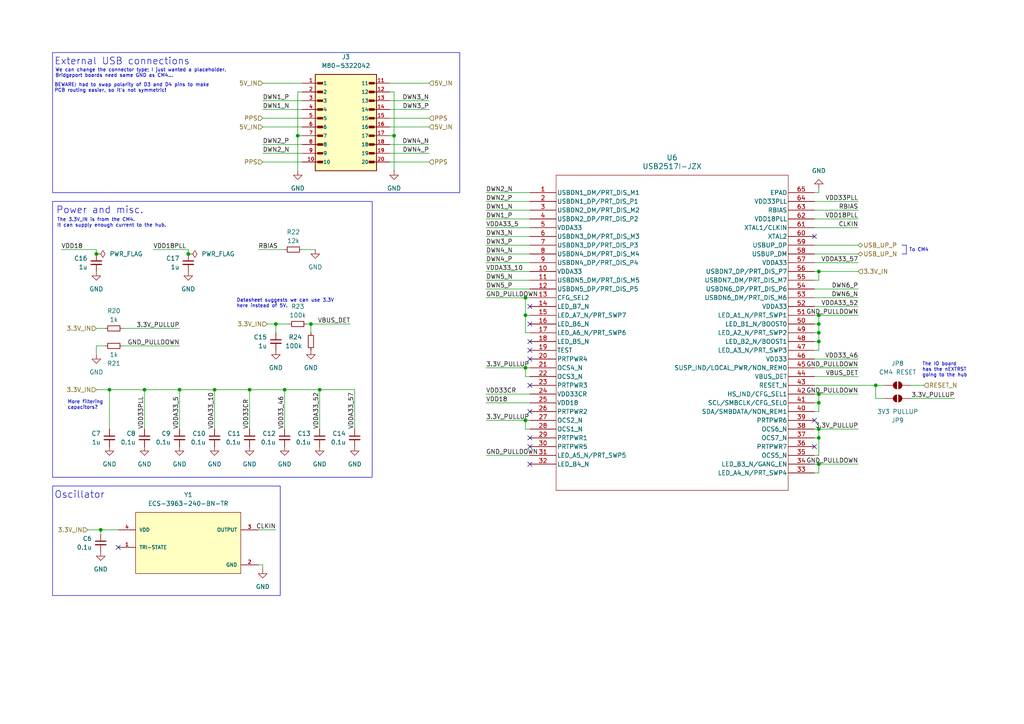
<source format=kicad_sch>
(kicad_sch (version 20250114) (generator "eeschema") (generator_version "9.0")
  (paper "A4")
  (title_block (title "USB Hub") (date "2024-09-12") (rev "0.1"))
  (lib_symbols
    (symbol "Device:C_Small" (pin_numbers (hide yes)) (pin_names (offset 0.254) (hide yes))
      (property "Reference" "C" (at 0.254 1.778 0))
      (property "Value" "C_Small" (at 0.254 -2.032 0))
      (symbol "C_Small_0_1"
        (polyline (pts (xy -1.524 0.508) (xy 1.524 0.508)) (stroke (width 0.3048)))
        (polyline (pts (xy -1.524 -0.508) (xy 1.524 -0.508)) (stroke (width 0.3302)))
      )
      (symbol "C_Small_1_1"
        (pin passive line (at 0 2.54 270) (length 2.032) (name "~") (number "1"))
        (pin passive line (at 0 -2.54 90) (length 2.032) (name "~") (number "2"))
      )
    )
    (symbol "Device:R_Small" (pin_numbers (hide yes)) (pin_names (offset 0.254) (hide yes))
      (property "Reference" "R" (at 0.762 0.508 0))
      (property "Value" "R_Small" (at 0.762 -1.016 0))
      (symbol "R_Small_0_1"
        (rectangle (start -0.762 1.778) (end 0.762 -1.778) (stroke (width 0.2032)))
      )
      (symbol "R_Small_1_1"
        (pin passive line (at 0 2.54 270) (length 0.762) (name "~") (number "1"))
        (pin passive line (at 0 -2.54 90) (length 0.762) (name "~") (number "2"))
      )
    )
    (symbol "Jumper:SolderJumper_2_Open" (pin_numbers (hide yes)) (pin_names (offset 0) (hide yes)) (exclude_from_sim yes) (in_bom no)
      (property "Reference" "JP" (at 0 2.032 0))
      (property "Value" "SolderJumper_2_Open" (at 0 -2.54 0))
      (symbol "SolderJumper_2_Open_0_1"
        (polyline (pts (xy -0.254 1.016) (xy -0.254 -1.016)))
        (arc (start -0.254 -1.016) (mid -1.2656 0) (end -0.254 1.016))
        (arc (start -0.254 -1.016) (mid -1.2656 0) (end -0.254 1.016) (fill (type outline)))
        (arc (start 0.254 1.016) (mid 1.2656 0) (end 0.254 -1.016))
        (arc (start 0.254 1.016) (mid 1.2656 0) (end 0.254 -1.016) (fill (type outline)))
        (polyline (pts (xy 0.254 1.016) (xy 0.254 -1.016)))
      )
      (symbol "SolderJumper_2_Open_1_1"
        (pin passive line (at -3.81 0 0) (length 2.54) (name "A") (number "1"))
        (pin passive line (at 3.81 0 180) (length 2.54) (name "B") (number "2"))
      )
    )
    (symbol "fc-board:ECS-3963-240-BN-TR" (pin_names (offset 1.016))
      (property "Reference" "Y" (at -15.5085 8.1356 0))
      (property "Value" "ECS-3963-240-BN-TR" (at -15.2499 -12.1999 0))
      (symbol "ECS-3963-240-BN-TR_0_0"
        (rectangle (start -15.24 -10.16) (end 15.24 7.62) (stroke (width 0.1524)) (fill (type background)))
        (pin input line (at -20.32 2.54 0) (length 5.08) (name "VDD") (number "4"))
        (pin input line (at -20.32 -2.54 0) (length 5.08) (name "TRI-STATE") (number "1"))
        (pin output line (at 20.32 2.54 180) (length 5.08) (name "OUTPUT") (number "3"))
        (pin power_in line (at 20.32 -7.62 180) (length 5.08) (name "GND") (number "2"))
      )
    )
    (symbol "fc-board:M80-5322042" (pin_names (offset 1.016))
      (property "Reference" "J" (at -9.39 15.24 0))
      (property "Value" "M80-5322042" (at -8.89 -15.24 0))
      (symbol "M80-5322042_0_0"
        (rectangle (start -8.89 -12.7) (end 8.89 15.24) (stroke (width 0.254)) (fill (type background)))
        (rectangle (start -8.255 12.3825) (end -6.6675 13.0175) (stroke (width 0.1)) (fill (type outline)))
        (rectangle (start -8.255 9.8425) (end -6.6675 10.4775) (stroke (width 0.1)) (fill (type outline)))
        (rectangle (start -8.255 7.3025) (end -6.6675 7.9375) (stroke (width 0.1)) (fill (type outline)))
        (rectangle (start -8.255 4.7625) (end -6.6675 5.3975) (stroke (width 0.1)) (fill (type outline)))
        (rectangle (start -8.255 2.2225) (end -6.6675 2.8575) (stroke (width 0.1)) (fill (type outline)))
        (rectangle (start -8.255 -0.3175) (end -6.6675 0.3175) (stroke (width 0.1)) (fill (type outline)))
        (rectangle (start -8.255 -2.8575) (end -6.6675 -2.2225) (stroke (width 0.1)) (fill (type outline)))
        (rectangle (start -8.255 -5.3975) (end -6.6675 -4.7625) (stroke (width 0.1)) (fill (type outline)))
        (rectangle (start -8.255 -7.9375) (end -6.6675 -7.3025) (stroke (width 0.1)) (fill (type outline)))
        (rectangle (start -8.255 -10.4775) (end -6.6675 -9.8425) (stroke (width 0.1)) (fill (type outline)))
        (rectangle (start 8.255 12.3825) (end 6.6675 13.0175) (stroke (width 0.1)) (fill (type outline)))
        (rectangle (start 8.255 9.8425) (end 6.6675 10.4775) (stroke (width 0.1)) (fill (type outline)))
        (rectangle (start 8.255 7.3025) (end 6.6675 7.9375) (stroke (width 0.1)) (fill (type outline)))
        (rectangle (start 8.255 4.7625) (end 6.6675 5.3975) (stroke (width 0.1)) (fill (type outline)))
        (rectangle (start 8.255 2.2225) (end 6.6675 2.8575) (stroke (width 0.1)) (fill (type outline)))
        (rectangle (start 8.255 -0.3175) (end 6.6675 0.3175) (stroke (width 0.1)) (fill (type outline)))
        (rectangle (start 8.255 -2.8575) (end 6.6675 -2.2225) (stroke (width 0.1)) (fill (type outline)))
        (rectangle (start 8.255 -5.3975) (end 6.6675 -4.7625) (stroke (width 0.1)) (fill (type outline)))
        (rectangle (start 8.255 -7.9375) (end 6.6675 -7.3025) (stroke (width 0.1)) (fill (type outline)))
        (rectangle (start 8.255 -10.4775) (end 6.6675 -9.8425) (stroke (width 0.1)) (fill (type outline)))
        (pin passive line (at -12.7 12.7 0) (length 5.08) (name "1") (number "1"))
        (pin passive line (at -12.7 10.16 0) (length 5.08) (name "2") (number "2"))
        (pin passive line (at -12.7 7.62 0) (length 5.08) (name "3") (number "3"))
        (pin passive line (at -12.7 5.08 0) (length 5.08) (name "4") (number "4"))
        (pin passive line (at -12.7 2.54 0) (length 5.08) (name "5") (number "5"))
        (pin passive line (at -12.7 0 0) (length 5.08) (name "6") (number "6"))
        (pin passive line (at -12.7 -2.54 0) (length 5.08) (name "7") (number "7"))
        (pin passive line (at -12.7 -5.08 0) (length 5.08) (name "8") (number "8"))
        (pin passive line (at -12.7 -7.62 0) (length 5.08) (name "9") (number "9"))
        (pin passive line (at -12.7 -10.16 0) (length 5.08) (name "10") (number "10"))
        (pin passive line (at 12.7 12.7 180) (length 5.08) (name "11") (number "11"))
        (pin passive line (at 12.7 10.16 180) (length 5.08) (name "12") (number "12"))
        (pin passive line (at 12.7 7.62 180) (length 5.08) (name "13") (number "13"))
        (pin passive line (at 12.7 5.08 180) (length 5.08) (name "14") (number "14"))
        (pin passive line (at 12.7 2.54 180) (length 5.08) (name "15") (number "15"))
        (pin passive line (at 12.7 0 180) (length 5.08) (name "16") (number "16"))
        (pin passive line (at 12.7 -2.54 180) (length 5.08) (name "17") (number "17"))
        (pin passive line (at 12.7 -5.08 180) (length 5.08) (name "18") (number "18"))
        (pin passive line (at 12.7 -7.62 180) (length 5.08) (name "19") (number "19"))
        (pin passive line (at 12.7 -10.16 180) (length 5.08) (name "20") (number "20"))
      )
    )
    (symbol "fc-board:USB2517I-JZX" (pin_names (offset 0.254))
      (property "Reference" "U" (at 40.64 9.906 0))
      (property "Value" "USB2517I-JZX" (at 40.64 7.366 0))
      (symbol "USB2517I-JZX_0_1"
        (polyline (pts (xy 7.62 5.08) (xy 7.62 -86.36)) (stroke (width 0.127)))
        (polyline (pts (xy 74.93 -86.36) (xy 74.93 5.08)) (stroke (width 0.127)))
        (pin bidirectional line (at 0 0 0) (length 7.62) (name "USBDN1_DM/PRT_DIS_M1") (number "1"))
        (pin bidirectional line (at 0 -2.54 0) (length 7.62) (name "USBDN1_DP/PRT_DIS_P1") (number "2"))
        (pin bidirectional line (at 0 -5.08 0) (length 7.62) (name "USBDN2_DM/PRT_DIS_M2") (number "3"))
        (pin bidirectional line (at 0 -7.62 0) (length 7.62) (name "USBDN2_DP/PRT_DIS_P2") (number "4"))
        (pin power_in line (at 0 -10.16 0) (length 7.62) (name "VDDA33") (number "5"))
        (pin bidirectional line (at 0 -12.7 0) (length 7.62) (name "USBDN3_DM/PRT_DIS_M3") (number "6"))
        (pin bidirectional line (at 0 -15.24 0) (length 7.62) (name "USBDN3_DP/PRT_DIS_P3") (number "7"))
        (pin bidirectional line (at 0 -17.78 0) (length 7.62) (name "USBDN4_DM/PRT_DIS_M4") (number "8"))
        (pin bidirectional line (at 0 -20.32 0) (length 7.62) (name "USBDN4_DP/PRT_DIS_P4") (number "9"))
        (pin power_in line (at 0 -22.86 0) (length 7.62) (name "VDDA33") (number "10"))
        (pin bidirectional line (at 0 -25.4 0) (length 7.62) (name "USBDN5_DM/PRT_DIS_M5") (number "11"))
        (pin bidirectional line (at 0 -27.94 0) (length 7.62) (name "USBDN5_DP/PRT_DIS_P5") (number "12"))
        (pin bidirectional line (at 0 -30.48 0) (length 7.62) (name "CFG_SEL2") (number "13"))
        (pin bidirectional line (at 0 -33.02 0) (length 7.62) (name "LED_B7_N") (number "14"))
        (pin bidirectional line (at 0 -35.56 0) (length 7.62) (name "LED_A7_N/PRT_SWP7") (number "15"))
        (pin bidirectional line (at 0 -38.1 0) (length 7.62) (name "LED_B6_N") (number "16"))
        (pin bidirectional line (at 0 -40.64 0) (length 7.62) (name "LED_A6_N/PRT_SWP6") (number "17"))
        (pin bidirectional line (at 0 -43.18 0) (length 7.62) (name "LED_B5_N") (number "18"))
        (pin bidirectional line (at 0 -45.72 0) (length 7.62) (name "TEST") (number "19"))
        (pin bidirectional line (at 0 -48.26 0) (length 7.62) (name "PRTPWR4") (number "20"))
        (pin bidirectional line (at 0 -50.8 0) (length 7.62) (name "OCS4_N") (number "21"))
        (pin bidirectional line (at 0 -53.34 0) (length 7.62) (name "OCS3_N") (number "22"))
        (pin bidirectional line (at 0 -55.88 0) (length 7.62) (name "PRTPWR3") (number "23"))
        (pin power_in line (at 0 -58.42 0) (length 7.62) (name "VDD33CR") (number "24"))
        (pin power_in line (at 0 -60.96 0) (length 7.62) (name "VDD18") (number "25"))
        (pin bidirectional line (at 0 -63.5 0) (length 7.62) (name "PRTPWR2") (number "26"))
        (pin bidirectional line (at 0 -66.04 0) (length 7.62) (name "OCS2_N") (number "27"))
        (pin bidirectional line (at 0 -68.58 0) (length 7.62) (name "OCS1_N") (number "28"))
        (pin bidirectional line (at 0 -71.12 0) (length 7.62) (name "PRTPWR1") (number "29"))
        (pin bidirectional line (at 0 -73.66 0) (length 7.62) (name "PRTPWR5") (number "30"))
        (pin bidirectional line (at 0 -76.2 0) (length 7.62) (name "LED_A5_N/PRT_SWP5") (number "31"))
        (pin bidirectional line (at 0 -78.74 0) (length 7.62) (name "LED_B4_N") (number "32"))
        (pin power_in line (at 82.55 -2.54 180) (length 7.62) (name "VDD33PLL") (number "64"))
        (pin bidirectional line (at 82.55 -5.08 180) (length 7.62) (name "RBIAS") (number "63"))
        (pin power_in line (at 82.55 -7.62 180) (length 7.62) (name "VDD18PLL") (number "62"))
        (pin bidirectional line (at 82.55 -10.16 180) (length 7.62) (name "XTAL1/CLKIN") (number "61"))
        (pin bidirectional line (at 82.55 -12.7 180) (length 7.62) (name "XTAL2") (number "60"))
        (pin bidirectional line (at 82.55 -15.24 180) (length 7.62) (name "USBUP_DP") (number "59"))
        (pin bidirectional line (at 82.55 -17.78 180) (length 7.62) (name "USBUP_DM") (number "58"))
        (pin power_in line (at 82.55 -20.32 180) (length 7.62) (name "VDDA33") (number "57"))
        (pin bidirectional line (at 82.55 -22.86 180) (length 7.62) (name "USBDN7_DP/PRT_DIS_P7") (number "56"))
        (pin bidirectional line (at 82.55 -25.4 180) (length 7.62) (name "USBDN7_DM/PRT_DIS_M7") (number "55"))
        (pin bidirectional line (at 82.55 -27.94 180) (length 7.62) (name "USBDN6_DP/PRT_DIS_P6") (number "54"))
        (pin bidirectional line (at 82.55 -30.48 180) (length 7.62) (name "USBDN6_DM/PRT_DIS_M6") (number "53"))
        (pin power_in line (at 82.55 -33.02 180) (length 7.62) (name "VDDA33") (number "52"))
        (pin bidirectional line (at 82.55 -35.56 180) (length 7.62) (name "LED_A1_N/PRT_SWP1") (number "51"))
        (pin bidirectional line (at 82.55 -38.1 180) (length 7.62) (name "LED_B1_N/BOOST0") (number "50"))
        (pin bidirectional line (at 82.55 -40.64 180) (length 7.62) (name "LED_A2_N/PRT_SWP2") (number "49"))
        (pin bidirectional line (at 82.55 -43.18 180) (length 7.62) (name "LED_B2_N/BOOST1") (number "48"))
        (pin bidirectional line (at 82.55 -45.72 180) (length 7.62) (name "LED_A3_N/PRT_SWP3") (number "47"))
        (pin power_in line (at 82.55 -48.26 180) (length 7.62) (name "VDD33") (number "46"))
        (pin bidirectional line (at 82.55 -50.8 180) (length 7.62) (name "SUSP_IND/LOCAL_PWR/NON_REM0") (number "45"))
        (pin bidirectional line (at 82.55 -53.34 180) (length 7.62) (name "VBUS_DET") (number "44"))
        (pin bidirectional line (at 82.55 -55.88 180) (length 7.62) (name "RESET_N") (number "43"))
        (pin bidirectional line (at 82.55 -58.42 180) (length 7.62) (name "HS_IND/CFG_SEL1") (number "42"))
        (pin bidirectional line (at 82.55 -60.96 180) (length 7.62) (name "SCL/SMBCLK/CFG_SEL0") (number "41"))
        (pin bidirectional line (at 82.55 -63.5 180) (length 7.62) (name "SDA/SMBDATA/NON_REM1") (number "40"))
        (pin bidirectional line (at 82.55 -66.04 180) (length 7.62) (name "PRTPWR6") (number "39"))
        (pin bidirectional line (at 82.55 -68.58 180) (length 7.62) (name "OCS6_N") (number "38"))
        (pin bidirectional line (at 82.55 -71.12 180) (length 7.62) (name "OCS7_N") (number "37"))
        (pin bidirectional line (at 82.55 -73.66 180) (length 7.62) (name "PRTPWR7") (number "36"))
        (pin bidirectional line (at 82.55 -76.2 180) (length 7.62) (name "OCS5_N") (number "35"))
        (pin bidirectional line (at 82.55 -78.74 180) (length 7.62) (name "LED_B3_N/GANG_EN") (number "34"))
        (pin bidirectional line (at 82.55 -81.28 180) (length 7.62) (name "LED_A4_N/PRT_SWP4") (number "33"))
      )
      (symbol "USB2517I-JZX_1_1"
        (polyline (pts (xy 7.62 5.08) (xy 74.93 5.08)))
        (polyline (pts (xy 7.62 -86.36) (xy 74.93 -86.36)))
        (pin power_in line (at 82.55 0 180) (length 7.62) (name "EPAD") (number "65"))
      )
    )
    (symbol "power:GND" (power) (pin_numbers (hide yes)) (pin_names (offset 0) (hide yes))
      (property "Value" "GND" (at 0 -3.81 0))
      (symbol "GND_0_1"
        (polyline (pts (xy 0 0) (xy 0 -1.27) (xy 1.27 -1.27) (xy 0 -2.54) (xy -1.27 -1.27) (xy 0 -1.27)))
      )
      (symbol "GND_1_1"
        (pin power_in line (at 0 0 270) (length 0) (name "~") (number "1"))
      )
    )
    (symbol "power:PWR_FLAG" (power) (pin_numbers (hide yes)) (pin_names (offset 0) (hide yes))
      (property "Value" "PWR_FLAG" (at 0 3.81 0))
      (symbol "PWR_FLAG_0_0"
        (pin power_out line (at 0 0 90) (length 0) (name "~") (number "1"))
      )
      (symbol "PWR_FLAG_0_1"
        (polyline (pts (xy 0 0) (xy 0 1.27) (xy -1.016 1.905) (xy 0 2.54) (xy 1.016 1.905) (xy 0 1.27)))
      )
    )
  )
  (rectangle (start 15.24 15.24) (end 133.35 55.88))
  (rectangle (start 15.24 58.42) (end 107.95 138.43))
  (rectangle (start 15.24 140.97) (end 81.28 172.72))
  (text "More filtering\ncapacitors?" (at 19.558 118.872 0) (effects (font (size 1 1)) (justify left bottom)))
  (text "The IO board\nhas the nEXTRST\ngoing to the hub" (at 267.462 109.474 0) (effects (font (size 1 1)) (justify left bottom)))
  (text "BEWARE: had to swap polarity of D3 and D4 pins to make\nPCB routing easier, so it's not symmetric!" (at 15.748 26.924 0) (effects (font (size 1 1)) (justify left bottom)))
  (text "Oscillator" (at 15.748 144.78 0) (effects (font (size 2 2)) (justify left bottom)))
  (text "We can change the connector type; I just wanted a placeholder.\nBridgeport boards need same GND as CM4..." (at 16.002 22.606 0) (effects (font (size 1 1)) (justify left bottom)))
  (text "Power and misc." (at 16.256 62.23 0) (effects (font (size 2 2)) (justify left bottom)))
  (text "To CM4" (at 263.652 73.152 0) (effects (font (size 1 1)) (justify left bottom)))
  (text "The 3.3V_IN is from the CM4.\nIt can supply enough current to the hub." (at 16.51 66.04 0) (effects (font (size 1 1)) (justify left bottom)))
  (text "Datasheet suggests we can use 3.3V\nhere instead of 5V." (at 68.58 89.408 0) (effects (font (size 1 1)) (justify left bottom)))
  (text "External USB connections" (at 15.748 19.05 0) (effects (font (size 2 2)) (justify left bottom)))
  (junction (at 254 111.76))
  (junction (at 41.91 113.03))
  (junction (at 237.49 127))
  (junction (at 152.4 106.68))
  (junction (at 27.94 73.66))
  (junction (at 82.55 113.03))
  (junction (at 152.4 121.92))
  (junction (at 237.49 93.98))
  (junction (at 31.75 113.03))
  (junction (at 86.36 39.37))
  (junction (at 54.61 73.66))
  (junction (at 29.21 153.67))
  (junction (at 72.39 113.03))
  (junction (at 237.49 116.84))
  (junction (at 52.07 113.03))
  (junction (at 90.17 93.98))
  (junction (at 92.71 113.03))
  (junction (at 237.49 99.06))
  (junction (at 152.4 91.44))
  (junction (at 237.49 78.74))
  (junction (at 62.23 113.03))
  (junction (at 114.3 39.37))
  (junction (at 237.49 96.52))
  (junction (at 237.49 124.46))
  (junction (at 237.49 114.3))
  (junction (at 237.49 134.62))
  (junction (at 152.4 86.36))
  (junction (at 80.01 93.98))
  (junction (at 237.49 91.44))
  (no_connect (at 153.67 129.54))
  (no_connect (at 236.22 129.54))
  (no_connect (at 34.29 158.75))
  (no_connect (at 236.22 121.92))
  (no_connect (at 153.67 104.14))
  (no_connect (at 153.67 119.38))
  (no_connect (at 153.67 101.6))
  (no_connect (at 153.67 93.98))
  (no_connect (at 153.67 127))
  (no_connect (at 236.22 68.58))
  (no_connect (at 153.67 88.9))
  (no_connect (at 153.67 99.06))
  (no_connect (at 153.67 111.76))
  (no_connect (at 153.67 134.62))
  (wire (pts (xy 76.2 36.83) (xy 87.63 36.83)))
  (wire (pts (xy 152.4 121.92) (xy 152.4 124.46)))
  (wire (pts (xy 152.4 91.44) (xy 153.67 91.44)))
  (wire (pts (xy 236.22 96.52) (xy 237.49 96.52)))
  (wire (pts (xy 237.49 96.52) (xy 237.49 99.06)))
  (wire (pts (xy 153.67 106.68) (xy 152.4 106.68)))
  (wire (pts (xy 152.4 91.44) (xy 152.4 96.52)))
  (wire (pts (xy 153.67 71.12) (xy 140.97 71.12)))
  (wire (pts (xy 90.17 93.98) (xy 90.17 96.52)))
  (wire (pts (xy 153.67 55.88) (xy 140.97 55.88)))
  (wire (pts (xy 140.97 83.82) (xy 153.67 83.82)))
  (wire (pts (xy 113.03 39.37) (xy 114.3 39.37)))
  (wire (pts (xy 124.46 34.29) (xy 113.03 34.29)))
  (wire (pts (xy 152.4 86.36) (xy 152.4 91.44)))
  (wire (pts (xy 236.22 81.28) (xy 237.49 81.28)))
  (wire (pts (xy 140.97 121.92) (xy 152.4 121.92)))
  (wire (pts (xy 76.2 41.91) (xy 87.63 41.91)))
  (wire (pts (xy 76.2 34.29) (xy 87.63 34.29)))
  (wire (pts (xy 62.23 113.03) (xy 62.23 124.46)))
  (wire (pts (xy 264.16 111.76) (xy 267.97 111.76)))
  (wire (pts (xy 80.01 93.98) (xy 77.47 93.98)))
  (wire (pts (xy 87.63 72.39) (xy 91.44 72.39)))
  (wire (pts (xy 86.36 39.37) (xy 86.36 49.53)))
  (polyline (pts (xy 261.62 73.66) (xy 262.89 73.66)))
  (wire (pts (xy 140.97 81.28) (xy 153.67 81.28)))
  (wire (pts (xy 140.97 114.3) (xy 153.67 114.3)))
  (wire (pts (xy 44.45 72.39) (xy 54.61 72.39)))
  (wire (pts (xy 72.39 113.03) (xy 82.55 113.03)))
  (wire (pts (xy 153.67 73.66) (xy 140.97 73.66)))
  (wire (pts (xy 153.67 63.5) (xy 140.97 63.5)))
  (wire (pts (xy 248.92 60.96) (xy 236.22 60.96)))
  (wire (pts (xy 237.49 124.46) (xy 248.92 124.46)))
  (wire (pts (xy 236.22 73.66) (xy 248.92 73.66)))
  (wire (pts (xy 52.07 113.03) (xy 52.07 124.46)))
  (wire (pts (xy 236.22 71.12) (xy 248.92 71.12)))
  (wire (pts (xy 31.75 124.46) (xy 31.75 113.03)))
  (wire (pts (xy 237.49 78.74) (xy 237.49 81.28)))
  (wire (pts (xy 236.22 124.46) (xy 237.49 124.46)))
  (wire (pts (xy 152.4 109.22) (xy 153.67 109.22)))
  (wire (pts (xy 152.4 96.52) (xy 153.67 96.52)))
  (wire (pts (xy 254 115.57) (xy 254 111.76)))
  (wire (pts (xy 236.22 78.74) (xy 237.49 78.74)))
  (wire (pts (xy 76.2 29.21) (xy 87.63 29.21)))
  (wire (pts (xy 237.49 99.06) (xy 237.49 101.6)))
  (wire (pts (xy 17.78 72.39) (xy 27.94 72.39)))
  (wire (pts (xy 256.54 115.57) (xy 254 115.57)))
  (wire (pts (xy 140.97 106.68) (xy 152.4 106.68)))
  (wire (pts (xy 237.49 91.44) (xy 248.92 91.44)))
  (wire (pts (xy 237.49 134.62) (xy 248.92 134.62)))
  (wire (pts (xy 236.22 134.62) (xy 237.49 134.62)))
  (wire (pts (xy 124.46 24.13) (xy 113.03 24.13)))
  (wire (pts (xy 153.67 68.58) (xy 140.97 68.58)))
  (wire (pts (xy 31.75 113.03) (xy 41.91 113.03)))
  (wire (pts (xy 237.49 114.3) (xy 237.49 116.84)))
  (wire (pts (xy 80.01 153.67) (xy 74.93 153.67)))
  (wire (pts (xy 76.2 163.83) (xy 76.2 165.1)))
  (wire (pts (xy 153.67 60.96) (xy 140.97 60.96)))
  (wire (pts (xy 236.22 104.14) (xy 248.92 104.14)))
  (wire (pts (xy 236.22 101.6) (xy 237.49 101.6)))
  (wire (pts (xy 76.2 44.45) (xy 87.63 44.45)))
  (wire (pts (xy 74.93 72.39) (xy 82.55 72.39)))
  (wire (pts (xy 237.49 127) (xy 237.49 132.08)))
  (wire (pts (xy 29.21 154.94) (xy 29.21 153.67)))
  (wire (pts (xy 124.46 31.75) (xy 113.03 31.75)))
  (wire (pts (xy 236.22 66.04) (xy 248.92 66.04)))
  (polyline (pts (xy 261.62 71.12) (xy 262.89 71.12)))
  (wire (pts (xy 76.2 24.13) (xy 87.63 24.13)))
  (wire (pts (xy 254 111.76) (xy 256.54 111.76)))
  (wire (pts (xy 236.22 83.82) (xy 248.92 83.82)))
  (wire (pts (xy 90.17 93.98) (xy 88.9 93.98)))
  (wire (pts (xy 54.61 72.39) (xy 54.61 73.66)))
  (wire (pts (xy 87.63 26.67) (xy 86.36 26.67)))
  (wire (pts (xy 124.46 46.99) (xy 113.03 46.99)))
  (wire (pts (xy 153.67 121.92) (xy 152.4 121.92)))
  (wire (pts (xy 114.3 26.67) (xy 114.3 39.37)))
  (wire (pts (xy 29.21 153.67) (xy 34.29 153.67)))
  (wire (pts (xy 124.46 29.21) (xy 113.03 29.21)))
  (wire (pts (xy 41.91 113.03) (xy 52.07 113.03)))
  (wire (pts (xy 30.48 100.33) (xy 27.94 100.33)))
  (wire (pts (xy 236.22 127) (xy 237.49 127)))
  (wire (pts (xy 76.2 46.99) (xy 87.63 46.99)))
  (wire (pts (xy 153.67 58.42) (xy 140.97 58.42)))
  (wire (pts (xy 80.01 93.98) (xy 80.01 96.52)))
  (wire (pts (xy 152.4 106.68) (xy 152.4 109.22)))
  (wire (pts (xy 237.49 134.62) (xy 237.49 137.16)))
  (wire (pts (xy 102.87 113.03) (xy 102.87 124.46)))
  (wire (pts (xy 153.67 86.36) (xy 152.4 86.36)))
  (wire (pts (xy 113.03 26.67) (xy 114.3 26.67)))
  (wire (pts (xy 52.07 100.33) (xy 35.56 100.33)))
  (wire (pts (xy 236.22 86.36) (xy 248.92 86.36)))
  (wire (pts (xy 41.91 113.03) (xy 41.91 124.46)))
  (wire (pts (xy 237.49 78.74) (xy 248.92 78.74)))
  (wire (pts (xy 236.22 137.16) (xy 237.49 137.16)))
  (wire (pts (xy 76.2 31.75) (xy 87.63 31.75)))
  (wire (pts (xy 237.49 93.98) (xy 237.49 96.52)))
  (wire (pts (xy 236.22 132.08) (xy 237.49 132.08)))
  (wire (pts (xy 124.46 41.91) (xy 113.03 41.91)))
  (wire (pts (xy 236.22 63.5) (xy 248.92 63.5)))
  (wire (pts (xy 236.22 76.2) (xy 248.92 76.2)))
  (wire (pts (xy 140.97 78.74) (xy 153.67 78.74)))
  (wire (pts (xy 27.94 113.03) (xy 31.75 113.03)))
  (wire (pts (xy 124.46 44.45) (xy 113.03 44.45)))
  (wire (pts (xy 153.67 76.2) (xy 140.97 76.2)))
  (wire (pts (xy 236.22 93.98) (xy 237.49 93.98)))
  (wire (pts (xy 27.94 100.33) (xy 27.94 102.87)))
  (wire (pts (xy 236.22 55.88) (xy 237.49 55.88)))
  (wire (pts (xy 83.82 93.98) (xy 80.01 93.98)))
  (wire (pts (xy 92.71 113.03) (xy 102.87 113.03)))
  (wire (pts (xy 236.22 119.38) (xy 237.49 119.38)))
  (wire (pts (xy 236.22 111.76) (xy 254 111.76)))
  (wire (pts (xy 236.22 109.22) (xy 248.92 109.22)))
  (wire (pts (xy 236.22 106.68) (xy 248.92 106.68)))
  (wire (pts (xy 82.55 113.03) (xy 92.71 113.03)))
  (wire (pts (xy 25.4 153.67) (xy 29.21 153.67)))
  (wire (pts (xy 140.97 66.04) (xy 153.67 66.04)))
  (wire (pts (xy 82.55 113.03) (xy 82.55 124.46)))
  (wire (pts (xy 52.07 95.25) (xy 35.56 95.25)))
  (wire (pts (xy 237.49 114.3) (xy 248.92 114.3)))
  (polyline (pts (xy 262.89 71.12) (xy 262.89 73.66)))
  (wire (pts (xy 114.3 39.37) (xy 114.3 49.53)))
  (wire (pts (xy 248.92 58.42) (xy 236.22 58.42)))
  (wire (pts (xy 124.46 36.83) (xy 113.03 36.83)))
  (wire (pts (xy 101.6 93.98) (xy 90.17 93.98)))
  (wire (pts (xy 236.22 114.3) (xy 237.49 114.3)))
  (wire (pts (xy 237.49 116.84) (xy 237.49 119.38)))
  (wire (pts (xy 237.49 54.61) (xy 237.49 55.88)))
  (wire (pts (xy 72.39 113.03) (xy 72.39 124.46)))
  (wire (pts (xy 236.22 99.06) (xy 237.49 99.06)))
  (wire (pts (xy 52.07 113.03) (xy 62.23 113.03)))
  (wire (pts (xy 237.49 124.46) (xy 237.49 127)))
  (wire (pts (xy 74.93 163.83) (xy 76.2 163.83)))
  (wire (pts (xy 92.71 113.03) (xy 92.71 124.46)))
  (wire (pts (xy 140.97 116.84) (xy 153.67 116.84)))
  (wire (pts (xy 87.63 39.37) (xy 86.36 39.37)))
  (wire (pts (xy 237.49 91.44) (xy 237.49 93.98)))
  (wire (pts (xy 140.97 86.36) (xy 152.4 86.36)))
  (wire (pts (xy 140.97 132.08) (xy 153.67 132.08)))
  (wire (pts (xy 30.48 95.25) (xy 27.94 95.25)))
  (wire (pts (xy 236.22 116.84) (xy 237.49 116.84)))
  (wire (pts (xy 86.36 26.67) (xy 86.36 39.37)))
  (wire (pts (xy 236.22 91.44) (xy 237.49 91.44)))
  (wire (pts (xy 236.22 88.9) (xy 248.92 88.9)))
  (wire (pts (xy 62.23 113.03) (xy 72.39 113.03)))
  (wire (pts (xy 152.4 124.46) (xy 153.67 124.46)))
  (wire (pts (xy 27.94 72.39) (xy 27.94 73.66)))
  (wire (pts (xy 264.16 115.57) (xy 276.86 115.57)))
  (label "DWN1_N" (at 76.2 31.75 0))
  (label "3.3V_PULLUP" (at 52.07 95.25 180))
  (label "DWN4_N" (at 140.97 73.66 0) (property "Netclass" "usb" (effects (hide yes))))
  (label "DWN1_P" (at 140.97 63.5 0) (property "Netclass" "usb" (effects (hide yes))))
  (label "GND_PULLDOWN" (at 248.92 91.44 180))
  (label "DWN3_N" (at 140.97 68.58 0) (property "Netclass" "usb" (effects (hide yes))))
  (label "GND_PULLDOWN" (at 140.97 86.36 0))
  (label "VDDA33_52" (at 92.71 124.46 90))
  (label "GND_PULLDOWN" (at 248.92 114.3 180))
  (label "DWN4_N" (at 124.46 41.91 180))
  (label "VDDA33_5" (at 52.07 124.46 90))
  (label "CLKIN" (at 80.01 153.67 180))
  (label "3.3V_PULLUP" (at 248.92 124.46 180))
  (label "DWN6_P" (at 248.92 83.82 180) (property "Netclass" "usb" (effects (hide yes))))
  (label "DWN3_N" (at 124.46 29.21 180))
  (label "VDDA33_57" (at 248.92 76.2 180))
  (label "DWN2_P" (at 76.2 41.91 0))
  (label "GND_PULLDOWN" (at 140.97 132.08 0))
  (label "VDD33PLL" (at 248.92 58.42 180))
  (label "DWN5_N" (at 140.97 81.28 0) (property "Netclass" "usb" (effects (hide yes))))
  (label "VBUS_DET" (at 101.6 93.98 180))
  (label "VDD18PLL" (at 44.45 72.39 0))
  (label "VDD18" (at 17.78 72.39 0))
  (label "DWN2_N" (at 140.97 55.88 0) (property "Netclass" "usb" (effects (hide yes))))
  (label "VDD18" (at 140.97 116.84 0))
  (label "GND_PULLDOWN" (at 52.07 100.33 180))
  (label "VDDA33_10" (at 62.23 124.46 90))
  (label "VBUS_DET" (at 248.92 109.22 180))
  (label "DWN4_P" (at 124.46 44.45 180))
  (label "VDD33_46" (at 248.92 104.14 180))
  (label "GND_PULLDOWN" (at 248.92 134.62 180))
  (label "VDDA33_52" (at 248.92 88.9 180))
  (label "GND_PULLDOWN" (at 248.92 106.68 180))
  (label "DWN5_P" (at 140.97 83.82 0) (property "Netclass" "usb" (effects (hide yes))))
  (label "VDD18PLL" (at 248.92 63.5 180))
  (label "VDD33_46" (at 82.55 124.46 90))
  (label "RBIAS" (at 248.92 60.96 180))
  (label "VDD33PLL" (at 41.91 124.46 90))
  (label "DWN1_N" (at 140.97 60.96 0) (property "Netclass" "usb" (effects (hide yes))))
  (label "3.3V_PULLUP" (at 276.86 115.57 180))
  (label "DWN2_N" (at 76.2 44.45 0))
  (label "DWN4_P" (at 140.97 76.2 0) (property "Netclass" "usb" (effects (hide yes))))
  (label "VDDA33_57" (at 102.87 124.46 90))
  (label "VDDA33_5" (at 140.97 66.04 0))
  (label "DWN3_P" (at 140.97 71.12 0) (property "Netclass" "usb" (effects (hide yes))))
  (label "RBIAS" (at 74.93 72.39 0))
  (label "CLKIN" (at 248.92 66.04 180))
  (label "DWN2_P" (at 140.97 58.42 0) (property "Netclass" "usb" (effects (hide yes))))
  (label "3.3V_PULLUP" (at 140.97 121.92 0))
  (label "DWN3_P" (at 124.46 31.75 180))
  (label "VDD33CR" (at 72.39 124.46 90))
  (label "DWN6_N" (at 248.92 86.36 180) (property "Netclass" "usb" (effects (hide yes))))
  (label "DWN1_P" (at 76.2 29.21 0))
  (label "VDD33CR" (at 140.97 114.3 0))
  (label "3.3V_PULLUP" (at 140.97 106.68 0))
  (label "VDDA33_10" (at 140.97 78.74 0))
  (hierarchical_label "5V_IN" (shape input) (at 76.2 24.13 180))
  (hierarchical_label "3.3V_IN" (shape input) (at 27.94 95.25 180))
  (hierarchical_label "PPS" (shape input) (at 124.46 34.29 0))
  (hierarchical_label "3.3V_IN" (shape input) (at 25.4 153.67 180))
  (hierarchical_label "3.3V_IN" (shape input) (at 248.92 78.74 0))
  (hierarchical_label "5V_IN" (shape input) (at 76.2 36.83 180))
  (hierarchical_label "3.3V_IN" (shape input) (at 27.94 113.03 180))
  (hierarchical_label "3.3V_IN" (shape input) (at 77.47 93.98 180))
  (hierarchical_label "USB_UP_N" (shape bidirectional) (at 248.92 73.66 0))
  (hierarchical_label "RESET_N" (shape input) (at 267.97 111.76 0))
  (hierarchical_label "PPS" (shape input) (at 76.2 46.99 180))
  (hierarchical_label "5V_IN" (shape input) (at 124.46 36.83 0))
  (hierarchical_label "PPS" (shape input) (at 76.2 34.29 180))
  (hierarchical_label "USB_UP_P" (shape bidirectional) (at 248.92 71.12 0))
  (hierarchical_label "PPS" (shape input) (at 124.46 46.99 0))
  (hierarchical_label "5V_IN" (shape input) (at 124.46 24.13 0))
  (symbol (lib_id "power:PWR_FLAG") (at 27.94 73.66 270) (unit 1)
    (property "Reference" "#FLG02" (effects (hide yes)))
    (property "Value" "PWR_FLAG" (at 31.75 73.6599 90) (effects (justify left)))
    (property "Description" "Special symbol for telling ERC where power comes from" (effects (hide yes)))
  )
  (symbol (lib_id "Device:C_Small") (at 29.21 157.48 0) (unit 1)
    (property "Reference" "C6" (at 26.67 156.2162 0) (effects (justify right)))
    (property "Value" "0.1u" (at 26.67 158.7562 0) (effects (justify right)))
    (property "Footprint" "Capacitor_SMD:C_1206_3216Metric" (effects (hide yes)))
    (property "Description" "Unpolarized capacitor, small symbol" (effects (hide yes)))
  )
  (symbol (lib_id "power:GND") (at 27.94 102.87 0) (mirror y) (unit 1)
    (property "Reference" "#PWR022" (effects (hide yes)))
    (property "Value" "GND" (at 27.94 107.95 0))
    (property "Description" "Power symbol creates a global label with name \"GND\" , ground" (effects (hide yes)))
  )
  (symbol (lib_id "power:GND") (at 72.39 129.54 0) (unit 1)
    (property "Reference" "#PWR032" (effects (hide yes)))
    (property "Value" "GND" (at 72.39 134.62 0))
    (property "Description" "Power symbol creates a global label with name \"GND\" , ground" (effects (hide yes)))
  )
  (symbol (lib_id "Device:R_Small") (at 90.17 99.06 0) (mirror x) (unit 1)
    (property "Reference" "R24" (at 87.63 97.7899 0) (effects (justify right)))
    (property "Value" "100k" (at 87.63 100.3299 0) (effects (justify right)))
    (property "Footprint" "Resistor_SMD:R_0805_2012Metric" (effects (hide yes)))
    (property "Description" "Resistor, small symbol" (effects (hide yes)))
  )
  (symbol (lib_id "power:GND") (at 52.07 129.54 0) (unit 1)
    (property "Reference" "#PWR030" (effects (hide yes)))
    (property "Value" "GND" (at 52.07 134.62 0))
    (property "Description" "Power symbol creates a global label with name \"GND\" , ground" (effects (hide yes)))
  )
  (symbol (lib_id "Device:C_Small") (at 27.94 76.2 0) (unit 1)
    (property "Reference" "C16" (at 25.4 74.9362 0) (effects (justify right)))
    (property "Value" "1u" (at 25.4 77.4762 0) (effects (justify right)))
    (property "Footprint" "Capacitor_SMD:C_0805_2012Metric" (effects (hide yes)))
    (property "Description" "Unpolarized capacitor, small symbol" (effects (hide yes)))
  )
  (symbol (lib_id "power:GND") (at 54.61 78.74 0) (unit 1)
    (property "Reference" "#PWR025" (effects (hide yes)))
    (property "Value" "GND" (at 54.61 83.82 0))
    (property "Description" "Power symbol creates a global label with name \"GND\" , ground" (effects (hide yes)))
  )
  (symbol (lib_id "power:GND") (at 29.21 160.02 0) (unit 1)
    (property "Reference" "#PWR024" (effects (hide yes)))
    (property "Value" "GND" (at 29.21 165.1 0))
    (property "Description" "Power symbol creates a global label with name \"GND\" , ground" (effects (hide yes)))
  )
  (symbol (lib_id "power:GND") (at 90.17 101.6 0) (mirror y) (unit 1)
    (property "Reference" "#PWR028" (effects (hide yes)))
    (property "Value" "GND" (at 90.17 106.68 0))
    (property "Description" "Power symbol creates a global label with name \"GND\" , ground" (effects (hide yes)))
  )
  (symbol (lib_id "fc-board:ECS-3963-240-BN-TR") (at 54.61 156.21 0) (unit 1)
    (property "Reference" "Y1" (at 54.61 143.51 0))
    (property "Value" "ECS-3963-240-BN-TR" (at 54.61 146.05 0))
    (property "Footprint" "fc-board:ECS_3963_240_BN_TR" (effects (hide yes)))
    (property "PARTREV" "N/A" (effects (hide yes)))
    (property "MANUFACTURER" "ECS Inc" (effects (hide yes)))
    (property "STANDARD" "Manufacturer Recommendations" (effects (hide yes)))
  )
  (symbol (lib_id "Device:C_Small") (at 102.87 127 0) (unit 1)
    (property "Reference" "C14" (at 100.33 125.7362 0) (effects (justify right)))
    (property "Value" "0.1u" (at 100.33 128.2762 0) (effects (justify right)))
    (property "Footprint" "Capacitor_SMD:C_0805_2012Metric" (effects (hide yes)))
    (property "Description" "Unpolarized capacitor, small symbol" (effects (hide yes)))
  )
  (symbol (lib_id "Device:C_Small") (at 41.91 127 0) (unit 1)
    (property "Reference" "C8" (at 39.37 125.7362 0) (effects (justify right)))
    (property "Value" "0.1u" (at 39.37 128.2762 0) (effects (justify right)))
    (property "Footprint" "Capacitor_SMD:C_0805_2012Metric" (effects (hide yes)))
    (property "Description" "Unpolarized capacitor, small symbol" (effects (hide yes)))
  )
  (symbol (lib_id "power:GND") (at 86.36 49.53 0) (unit 1)
    (property "Reference" "#PWR052" (effects (hide yes)))
    (property "Value" "GND" (at 86.36 54.61 0))
    (property "Description" "Power symbol creates a global label with name \"GND\" , ground" (effects (hide yes)))
  )
  (symbol (lib_id "power:GND") (at 76.2 165.1 0) (unit 1)
    (property "Reference" "#PWR023" (effects (hide yes)))
    (property "Value" "GND" (at 76.2 170.18 0))
    (property "Description" "Power symbol creates a global label with name \"GND\" , ground" (effects (hide yes)))
  )
  (symbol (lib_id "power:GND") (at 80.01 101.6 0) (mirror y) (unit 1)
    (property "Reference" "#PWR029" (effects (hide yes)))
    (property "Value" "GND" (at 80.01 106.68 0))
    (property "Description" "Power symbol creates a global label with name \"GND\" , ground" (effects (hide yes)))
  )
  (symbol (lib_id "Device:C_Small") (at 80.01 99.06 0) (unit 1)
    (property "Reference" "C15" (at 77.47 97.7962 0) (effects (justify right)))
    (property "Value" "1u" (at 77.47 100.3362 0) (effects (justify right)))
    (property "Footprint" "Capacitor_SMD:C_0805_2012Metric" (effects (hide yes)))
    (property "Description" "Unpolarized capacitor, small symbol" (effects (hide yes)))
  )
  (symbol (lib_id "fc-board:USB2517I-JZX") (at 153.67 55.88 0) (unit 1)
    (property "Reference" "U6" (at 194.945 45.72 0) (effects (font (size 1.524 1.524))))
    (property "Value" "USB2517I-JZX" (at 194.945 48.26 0) (effects (font (size 1.524 1.524))))
    (property "Footprint" "fc-board:USB2517I_JZX" (effects (hide yes)))
    (property "Datasheet" "USB2517I-JZX" (effects (hide yes)))
  )
  (symbol (lib_id "power:GND") (at 31.75 129.54 0) (unit 1)
    (property "Reference" "#PWR036" (effects (hide yes)))
    (property "Value" "GND" (at 31.75 134.62 0))
    (property "Description" "Power symbol creates a global label with name \"GND\" , ground" (effects (hide yes)))
  )
  (symbol (lib_id "Device:C_Small") (at 52.07 127 0) (unit 1)
    (property "Reference" "C9" (at 49.53 125.7362 0) (effects (justify right)))
    (property "Value" "0.1u" (at 49.53 128.2762 0) (effects (justify right)))
    (property "Footprint" "Capacitor_SMD:C_0805_2012Metric" (effects (hide yes)))
    (property "Description" "Unpolarized capacitor, small symbol" (effects (hide yes)))
  )
  (symbol (lib_id "Device:C_Small") (at 72.39 127 0) (unit 1)
    (property "Reference" "C11" (at 69.85 125.7362 0) (effects (justify right)))
    (property "Value" "0.1u" (at 69.85 128.2762 0) (effects (justify right)))
    (property "Footprint" "Capacitor_SMD:C_0805_2012Metric" (effects (hide yes)))
    (property "Description" "Unpolarized capacitor, small symbol" (effects (hide yes)))
  )
  (symbol (lib_id "Device:C_Small") (at 54.61 76.2 0) (unit 1)
    (property "Reference" "C17" (at 52.07 74.9362 0) (effects (justify right)))
    (property "Value" "1u" (at 52.07 77.4762 0) (effects (justify right)))
    (property "Footprint" "Capacitor_SMD:C_0805_2012Metric" (effects (hide yes)))
    (property "Description" "Unpolarized capacitor, small symbol" (effects (hide yes)))
  )
  (symbol (lib_id "Device:C_Small") (at 92.71 127 0) (unit 1)
    (property "Reference" "C13" (at 90.17 125.7362 0) (effects (justify right)))
    (property "Value" "0.1u" (at 90.17 128.2762 0) (effects (justify right)))
    (property "Footprint" "Capacitor_SMD:C_0805_2012Metric" (effects (hide yes)))
    (property "Description" "Unpolarized capacitor, small symbol" (effects (hide yes)))
  )
  (symbol (lib_id "Jumper:SolderJumper_2_Open") (at 260.35 115.57 0) (mirror x) (unit 1) (exclude_from_sim yes) (in_bom no)
    (property "Reference" "JP9" (at 260.35 121.92 0))
    (property "Value" "3V3 PULLUP" (at 260.35 119.38 0))
    (property "Footprint" "Jumper:SolderJumper-2_P1.3mm_Open_Pad1.0x1.5mm" (effects (hide yes)))
    (property "Description" "Solder Jumper, 2-pole, open" (effects (hide yes)))
  )
  (symbol (lib_id "Device:C_Small") (at 31.75 127 0) (unit 1)
    (property "Reference" "C7" (at 29.21 125.7362 0) (effects (justify right)))
    (property "Value" "1u" (at 29.21 128.2762 0) (effects (justify right)))
    (property "Footprint" "Capacitor_SMD:C_0805_2012Metric" (effects (hide yes)))
    (property "Description" "Unpolarized capacitor, small symbol" (effects (hide yes)))
  )
  (symbol (lib_id "Device:R_Small") (at 33.02 100.33 90) (unit 1)
    (property "Reference" "R21" (at 33.02 105.41 90))
    (property "Value" "1k" (at 33.02 102.87 90))
    (property "Footprint" "Resistor_SMD:R_0805_2012Metric" (effects (hide yes)))
    (property "Description" "Resistor, small symbol" (effects (hide yes)))
  )
  (symbol (lib_id "Device:R_Small") (at 86.36 93.98 90) (mirror x) (unit 1)
    (property "Reference" "R23" (at 86.36 88.9 90))
    (property "Value" "100k" (at 86.36 91.44 90))
    (property "Footprint" "Resistor_SMD:R_0805_2012Metric" (effects (hide yes)))
    (property "Description" "Resistor, small symbol" (effects (hide yes)))
  )
  (symbol (lib_id "power:GND") (at 27.94 78.74 0) (unit 1)
    (property "Reference" "#PWR037" (effects (hide yes)))
    (property "Value" "GND" (at 27.94 83.82 0))
    (property "Description" "Power symbol creates a global label with name \"GND\" , ground" (effects (hide yes)))
  )
  (symbol (lib_id "Device:C_Small") (at 62.23 127 0) (unit 1)
    (property "Reference" "C10" (at 59.69 125.7362 0) (effects (justify right)))
    (property "Value" "0.1u" (at 59.69 128.2762 0) (effects (justify right)))
    (property "Footprint" "Capacitor_SMD:C_0805_2012Metric" (effects (hide yes)))
    (property "Description" "Unpolarized capacitor, small symbol" (effects (hide yes)))
  )
  (symbol (lib_id "Jumper:SolderJumper_2_Open") (at 260.35 111.76 0) (unit 1) (exclude_from_sim yes) (in_bom no)
    (property "Reference" "JP8" (at 260.35 105.41 0))
    (property "Value" "CM4 RESET" (at 260.35 107.95 0))
    (property "Footprint" "Jumper:SolderJumper-2_P1.3mm_Open_Pad1.0x1.5mm" (effects (hide yes)))
    (property "Description" "Solder Jumper, 2-pole, open" (effects (hide yes)))
  )
  (symbol (lib_id "power:GND") (at 62.23 129.54 0) (unit 1)
    (property "Reference" "#PWR031" (effects (hide yes)))
    (property "Value" "GND" (at 62.23 134.62 0))
    (property "Description" "Power symbol creates a global label with name \"GND\" , ground" (effects (hide yes)))
  )
  (symbol (lib_id "fc-board:M80-5322042") (at 100.33 36.83 0) (unit 1)
    (property "Reference" "J3" (at 100.33 16.51 0))
    (property "Value" "M80-5322042" (at 100.33 19.05 0))
    (property "Footprint" "fc-board:M80-5322042" (effects (hide yes)))
    (property "MANUFACTURER" "HARWIN" (effects (hide yes)))
  )
  (symbol (lib_id "power:GND") (at 114.3 49.53 0) (unit 1)
    (property "Reference" "#PWR053" (effects (hide yes)))
    (property "Value" "GND" (at 114.3 54.61 0))
    (property "Description" "Power symbol creates a global label with name \"GND\" , ground" (effects (hide yes)))
  )
  (symbol (lib_id "power:GND") (at 91.44 72.39 0) (unit 1)
    (property "Reference" "#PWR027" (effects (hide yes)))
    (property "Value" "GND" (at 91.44 77.47 0))
    (property "Description" "Power symbol creates a global label with name \"GND\" , ground" (effects (hide yes)))
  )
  (symbol (lib_id "power:GND") (at 82.55 129.54 0) (unit 1)
    (property "Reference" "#PWR033" (effects (hide yes)))
    (property "Value" "GND" (at 82.55 134.62 0))
    (property "Description" "Power symbol creates a global label with name \"GND\" , ground" (effects (hide yes)))
  )
  (symbol (lib_id "Device:R_Small") (at 33.02 95.25 90) (mirror x) (unit 1)
    (property "Reference" "R20" (at 33.02 90.17 90))
    (property "Value" "1k" (at 33.02 92.71 90))
    (property "Footprint" "Resistor_SMD:R_0805_2012Metric" (effects (hide yes)))
    (property "Description" "Resistor, small symbol" (effects (hide yes)))
  )
  (symbol (lib_id "power:GND") (at 41.91 129.54 0) (unit 1)
    (property "Reference" "#PWR026" (effects (hide yes)))
    (property "Value" "GND" (at 41.91 134.62 0))
    (property "Description" "Power symbol creates a global label with name \"GND\" , ground" (effects (hide yes)))
  )
  (symbol (lib_id "power:PWR_FLAG") (at 54.61 73.66 270) (unit 1)
    (property "Reference" "#FLG01" (effects (hide yes)))
    (property "Value" "PWR_FLAG" (at 58.42 73.6599 90) (effects (justify left)))
    (property "Description" "Special symbol for telling ERC where power comes from" (effects (hide yes)))
  )
  (symbol (lib_id "Device:R_Small") (at 85.09 72.39 270) (unit 1)
    (property "Reference" "R22" (at 85.09 67.31 90))
    (property "Value" "12k" (at 85.09 69.85 90))
    (property "Footprint" "Resistor_SMD:R_0805_2012Metric" (effects (hide yes)))
    (property "Description" "Resistor, small symbol" (effects (hide yes)))
  )
  (symbol (lib_id "Device:C_Small") (at 82.55 127 0) (unit 1)
    (property "Reference" "C12" (at 80.01 125.7362 0) (effects (justify right)))
    (property "Value" "0.1u" (at 80.01 128.2762 0) (effects (justify right)))
    (property "Footprint" "Capacitor_SMD:C_0805_2012Metric" (effects (hide yes)))
    (property "Description" "Unpolarized capacitor, small symbol" (effects (hide yes)))
  )
  (symbol (lib_id "power:GND") (at 92.71 129.54 0) (unit 1)
    (property "Reference" "#PWR034" (effects (hide yes)))
    (property "Value" "GND" (at 92.71 134.62 0))
    (property "Description" "Power symbol creates a global label with name \"GND\" , ground" (effects (hide yes)))
  )
  (symbol (lib_id "power:GND") (at 102.87 129.54 0) (unit 1)
    (property "Reference" "#PWR035" (effects (hide yes)))
    (property "Value" "GND" (at 102.87 134.62 0))
    (property "Description" "Power symbol creates a global label with name \"GND\" , ground" (effects (hide yes)))
  )
  (symbol (lib_id "power:GND") (at 237.49 54.61 180) (unit 1)
    (property "Reference" "#PWR021" (effects (hide yes)))
    (property "Value" "GND" (at 237.49 49.53 0))
    (property "Description" "Power symbol creates a global label with name \"GND\" , ground" (effects (hide yes)))
  )
)
</source>
